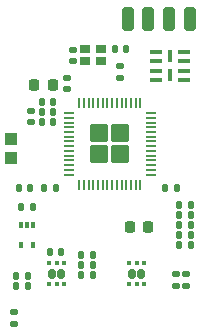
<source format=gbr>
%TF.GenerationSoftware,KiCad,Pcbnew,9.0.0*%
%TF.CreationDate,2025-04-16T21:25:52-04:00*%
%TF.ProjectId,ESP32_S3_CAM,45535033-325f-4533-935f-43414d2e6b69,rev?*%
%TF.SameCoordinates,Original*%
%TF.FileFunction,Paste,Top*%
%TF.FilePolarity,Positive*%
%FSLAX46Y46*%
G04 Gerber Fmt 4.6, Leading zero omitted, Abs format (unit mm)*
G04 Created by KiCad (PCBNEW 9.0.0) date 2025-04-16 21:25:52*
%MOMM*%
%LPD*%
G01*
G04 APERTURE LIST*
G04 Aperture macros list*
%AMRoundRect*
0 Rectangle with rounded corners*
0 $1 Rounding radius*
0 $2 $3 $4 $5 $6 $7 $8 $9 X,Y pos of 4 corners*
0 Add a 4 corners polygon primitive as box body*
4,1,4,$2,$3,$4,$5,$6,$7,$8,$9,$2,$3,0*
0 Add four circle primitives for the rounded corners*
1,1,$1+$1,$2,$3*
1,1,$1+$1,$4,$5*
1,1,$1+$1,$6,$7*
1,1,$1+$1,$8,$9*
0 Add four rect primitives between the rounded corners*
20,1,$1+$1,$2,$3,$4,$5,0*
20,1,$1+$1,$4,$5,$6,$7,0*
20,1,$1+$1,$6,$7,$8,$9,0*
20,1,$1+$1,$8,$9,$2,$3,0*%
G04 Aperture macros list end*
%ADD10RoundRect,0.140000X-0.140000X-0.170000X0.140000X-0.170000X0.140000X0.170000X-0.140000X0.170000X0*%
%ADD11RoundRect,0.250000X-0.250000X-0.750000X0.250000X-0.750000X0.250000X0.750000X-0.250000X0.750000X0*%
%ADD12RoundRect,0.140000X0.140000X0.170000X-0.140000X0.170000X-0.140000X-0.170000X0.140000X-0.170000X0*%
%ADD13RoundRect,0.147500X-0.147500X-0.172500X0.147500X-0.172500X0.147500X0.172500X-0.147500X0.172500X0*%
%ADD14RoundRect,0.160000X-0.160000X0.245000X-0.160000X-0.245000X0.160000X-0.245000X0.160000X0.245000X0*%
%ADD15RoundRect,0.093750X-0.106250X0.093750X-0.106250X-0.093750X0.106250X-0.093750X0.106250X0.093750X0*%
%ADD16RoundRect,0.140000X0.170000X-0.140000X0.170000X0.140000X-0.170000X0.140000X-0.170000X-0.140000X0*%
%ADD17R,0.304800X0.533400*%
%ADD18R,0.300000X1.000000*%
%ADD19R,1.000000X0.400000*%
%ADD20RoundRect,0.140000X-0.170000X0.140000X-0.170000X-0.140000X0.170000X-0.140000X0.170000X0.140000X0*%
%ADD21RoundRect,0.147500X0.147500X0.172500X-0.147500X0.172500X-0.147500X-0.172500X0.147500X-0.172500X0*%
%ADD22RoundRect,0.220000X0.220000X0.255000X-0.220000X0.255000X-0.220000X-0.255000X0.220000X-0.255000X0*%
%ADD23R,1.000000X1.000000*%
%ADD24RoundRect,0.147500X-0.172500X0.147500X-0.172500X-0.147500X0.172500X-0.147500X0.172500X0.147500X0*%
%ADD25RoundRect,0.250130X-0.524870X-0.524870X0.524870X-0.524870X0.524870X0.524870X-0.524870X0.524870X0*%
%ADD26RoundRect,0.050000X-0.350000X-0.050000X0.350000X-0.050000X0.350000X0.050000X-0.350000X0.050000X0*%
%ADD27RoundRect,0.050000X-0.050000X-0.350000X0.050000X-0.350000X0.050000X0.350000X-0.050000X0.350000X0*%
%ADD28R,0.850000X0.750000*%
%ADD29RoundRect,0.225000X0.225000X0.250000X-0.225000X0.250000X-0.225000X-0.250000X0.225000X-0.250000X0*%
G04 APERTURE END LIST*
D10*
%TO.C,R5*%
X155020000Y-79100000D03*
X156020000Y-79100000D03*
%TD*%
%TO.C,C5*%
X165500000Y-86325000D03*
X166500000Y-86325000D03*
%TD*%
D11*
%TO.C,J7*%
X164076667Y-72080000D03*
%TD*%
D12*
%TO.C,C13*%
X153870000Y-94620000D03*
X152870000Y-94620000D03*
%TD*%
D10*
%TO.C,C16*%
X158370000Y-93746879D03*
X159370000Y-93746879D03*
%TD*%
D13*
%TO.C,D1*%
X155725000Y-91750000D03*
X156695000Y-91750000D03*
%TD*%
D14*
%TO.C,U3*%
X156705000Y-93600000D03*
X155905000Y-93600000D03*
D15*
X156955000Y-92712500D03*
X156305000Y-92712500D03*
X155655000Y-92712500D03*
X155655000Y-94487500D03*
X156305000Y-94487500D03*
X156955000Y-94487500D03*
%TD*%
D16*
%TO.C,C8*%
X161625000Y-77050000D03*
X161625000Y-76050000D03*
%TD*%
D14*
%TO.C,U4*%
X163480000Y-93600000D03*
X162680000Y-93600000D03*
D15*
X163730000Y-92712500D03*
X163080000Y-92712500D03*
X162430000Y-92712500D03*
X162430000Y-94487500D03*
X163080000Y-94487500D03*
X163730000Y-94487500D03*
%TD*%
D10*
%TO.C,C3*%
X166700000Y-89510000D03*
X167700000Y-89510000D03*
%TD*%
D17*
%TO.C,U5*%
X154259999Y-89476400D03*
X153760000Y-89476400D03*
X153260001Y-89476400D03*
X153260001Y-91203600D03*
X154259999Y-91203600D03*
%TD*%
D18*
%TO.C,U2*%
X165900000Y-75225000D03*
X165900000Y-76825000D03*
D19*
X164700000Y-74825000D03*
X164700000Y-75625000D03*
X164700000Y-76425000D03*
X164700000Y-77225000D03*
X167100000Y-77225000D03*
X167100000Y-76425000D03*
X167100000Y-75625000D03*
X167100000Y-74825000D03*
%TD*%
D10*
%TO.C,FB2*%
X158370000Y-92896879D03*
X159370000Y-92896879D03*
%TD*%
D20*
%TO.C,R3*%
X166423333Y-93660000D03*
X166423333Y-94660000D03*
%TD*%
D16*
%TO.C,C14*%
X157175000Y-78010000D03*
X157175000Y-77010000D03*
%TD*%
D12*
%TO.C,R9*%
X156230000Y-86400000D03*
X155230000Y-86400000D03*
%TD*%
D10*
%TO.C,C22*%
X153260000Y-87960000D03*
X154260000Y-87960000D03*
%TD*%
%TO.C,C4*%
X166700000Y-88660000D03*
X167700000Y-88660000D03*
%TD*%
D21*
%TO.C,D3*%
X154045000Y-86400000D03*
X153075000Y-86400000D03*
%TD*%
D22*
%TO.C,FB1*%
X155980000Y-77680000D03*
X154400000Y-77680000D03*
%TD*%
D10*
%TO.C,R2*%
X166700000Y-87810000D03*
X167700000Y-87810000D03*
%TD*%
D12*
%TO.C,C12*%
X153870000Y-93770000D03*
X152870000Y-93770000D03*
%TD*%
D10*
%TO.C,C10*%
X166700000Y-91210000D03*
X167700000Y-91210000D03*
%TD*%
D11*
%TO.C,J6*%
X162330000Y-72080000D03*
%TD*%
D23*
%TO.C,J8*%
X152410000Y-83810000D03*
%TD*%
D12*
%TO.C,C19*%
X159370000Y-92050000D03*
X158370000Y-92050000D03*
%TD*%
D24*
%TO.C,D2*%
X152660000Y-96865000D03*
X152660000Y-97835000D03*
%TD*%
D10*
%TO.C,R7*%
X155020000Y-80800000D03*
X156020000Y-80800000D03*
%TD*%
D23*
%TO.C,J9*%
X152410000Y-82250000D03*
%TD*%
D11*
%TO.C,J4*%
X165823333Y-72080000D03*
%TD*%
%TO.C,J5*%
X167570000Y-72080000D03*
%TD*%
D25*
%TO.C,U1*%
X159920000Y-81740000D03*
X159920000Y-83500000D03*
X161680000Y-81740000D03*
X161680000Y-83500000D03*
D26*
X157350000Y-80020000D03*
X157350000Y-80420000D03*
X157350000Y-80820000D03*
X157350000Y-81220000D03*
X157350000Y-81620000D03*
X157350000Y-82020000D03*
X157350000Y-82420000D03*
X157350000Y-82820000D03*
X157350000Y-83220000D03*
X157350000Y-83620000D03*
X157350000Y-84020000D03*
X157350000Y-84420000D03*
X157350000Y-84820000D03*
X157350000Y-85220000D03*
D27*
X158200000Y-86070000D03*
X158600000Y-86070000D03*
X159000000Y-86070000D03*
X159400000Y-86070000D03*
X159800000Y-86070000D03*
X160200000Y-86070000D03*
X160600000Y-86070000D03*
X161000000Y-86070000D03*
X161400000Y-86070000D03*
X161800000Y-86070000D03*
X162200000Y-86070000D03*
X162600000Y-86070000D03*
X163000000Y-86070000D03*
X163400000Y-86070000D03*
D26*
X164250000Y-85220000D03*
X164250000Y-84820000D03*
X164250000Y-84420000D03*
X164250000Y-84020000D03*
X164250000Y-83620000D03*
X164250000Y-83220000D03*
X164250000Y-82820000D03*
X164250000Y-82420000D03*
X164250000Y-82020000D03*
X164250000Y-81620000D03*
X164250000Y-81220000D03*
X164250000Y-80820000D03*
X164250000Y-80420000D03*
X164250000Y-80020000D03*
D27*
X163400000Y-79170000D03*
X163000000Y-79170000D03*
X162600000Y-79170000D03*
X162200000Y-79170000D03*
X161800000Y-79170000D03*
X161400000Y-79170000D03*
X161000000Y-79170000D03*
X160600000Y-79170000D03*
X160200000Y-79170000D03*
X159800000Y-79170000D03*
X159400000Y-79170000D03*
X159000000Y-79170000D03*
X158600000Y-79170000D03*
X158200000Y-79170000D03*
%TD*%
D12*
%TO.C,C7*%
X162200000Y-74600000D03*
X161200000Y-74600000D03*
%TD*%
D20*
%TO.C,C6*%
X157650000Y-74650000D03*
X157650000Y-75650000D03*
%TD*%
D10*
%TO.C,R1*%
X166700000Y-90360000D03*
X167700000Y-90360000D03*
%TD*%
D20*
%TO.C,R4*%
X167270000Y-93660000D03*
X167270000Y-94660000D03*
%TD*%
D16*
%TO.C,C23*%
X154170000Y-80800000D03*
X154170000Y-79800000D03*
%TD*%
D28*
%TO.C,Y1*%
X158725000Y-75650000D03*
X160075000Y-75650000D03*
X160075000Y-74600000D03*
X158725000Y-74600000D03*
%TD*%
D29*
%TO.C,C17*%
X164070000Y-89650000D03*
X162510000Y-89650000D03*
%TD*%
D12*
%TO.C,C11*%
X156020000Y-79950000D03*
X155020000Y-79950000D03*
%TD*%
M02*

</source>
